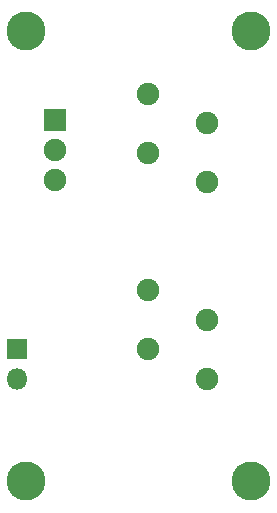
<source format=gbr>
G04 #@! TF.GenerationSoftware,KiCad,Pcbnew,(5.1.4)-1*
G04 #@! TF.CreationDate,2019-12-31T17:22:25-06:00*
G04 #@! TF.ProjectId,cutdown_power,63757464-6f77-46e5-9f70-6f7765722e6b,rev?*
G04 #@! TF.SameCoordinates,Original*
G04 #@! TF.FileFunction,Soldermask,Bot*
G04 #@! TF.FilePolarity,Negative*
%FSLAX46Y46*%
G04 Gerber Fmt 4.6, Leading zero omitted, Abs format (unit mm)*
G04 Created by KiCad (PCBNEW (5.1.4)-1) date 2019-12-31 17:22:25*
%MOMM*%
%LPD*%
G04 APERTURE LIST*
%ADD10O,1.801600X1.801600*%
%ADD11R,1.801600X1.801600*%
%ADD12C,1.901600*%
%ADD13O,1.901600X1.901600*%
%ADD14R,1.901600X1.901600*%
%ADD15C,3.301600*%
G04 APERTURE END LIST*
D10*
X159258000Y-120904000D03*
D11*
X159258000Y-118364000D03*
D12*
X175347000Y-120864000D03*
X170347000Y-118364000D03*
X175347000Y-115864000D03*
X170347000Y-113364000D03*
D13*
X162478999Y-104013000D03*
X162478999Y-101473000D03*
D14*
X162478999Y-98933000D03*
D15*
X160020000Y-91440000D03*
X160020000Y-129540000D03*
D12*
X175347000Y-104227000D03*
X170347000Y-101727000D03*
X175347000Y-99227000D03*
X170347000Y-96727000D03*
D15*
X179070000Y-129540000D03*
X179070000Y-91440000D03*
M02*

</source>
